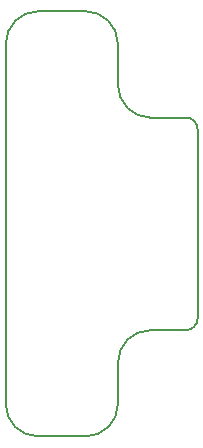
<source format=gm1>
G04 #@! TF.FileFunction,Profile,NP*
%FSLAX46Y46*%
G04 Gerber Fmt 4.6, Leading zero omitted, Abs format (unit mm)*
G04 Created by KiCad (PCBNEW 4.0.1-stable) date Tuesday, April 12, 2016 'PMt' 11:21:32 PM*
%MOMM*%
G01*
G04 APERTURE LIST*
%ADD10C,0.100000*%
%ADD11C,0.150000*%
G04 APERTURE END LIST*
D10*
D11*
X166000000Y-92750000D02*
X166000000Y-96250000D01*
X166000000Y-119750000D02*
X166000000Y-123250000D01*
X172750000Y-100000000D02*
X172750000Y-116000000D01*
X171750000Y-117000000D02*
G75*
G03X172750000Y-116000000I0J1000000D01*
G01*
X168750000Y-117000000D02*
X171750000Y-117000000D01*
X168750000Y-99000000D02*
X171750000Y-99000000D01*
X172750000Y-100000000D02*
G75*
G03X171750000Y-99000000I-1000000J0D01*
G01*
X168750000Y-117000000D02*
G75*
G03X166000000Y-119750000I0J-2750000D01*
G01*
X166000000Y-96250000D02*
G75*
G03X168750000Y-99000000I2750000J0D01*
G01*
X156500000Y-123250000D02*
G75*
G03X159250000Y-126000000I2750000J0D01*
G01*
X163250000Y-126000000D02*
G75*
G03X166000000Y-123250000I0J2750000D01*
G01*
X166000000Y-92750000D02*
G75*
G03X163250000Y-90000000I-2750000J0D01*
G01*
X159250000Y-90000000D02*
G75*
G03X156500000Y-92750000I0J-2750000D01*
G01*
X159250000Y-126000000D02*
X163250000Y-126000000D01*
X156500000Y-92750000D02*
X156500000Y-123250000D01*
X159250000Y-90000000D02*
X163250000Y-90000000D01*
M02*

</source>
